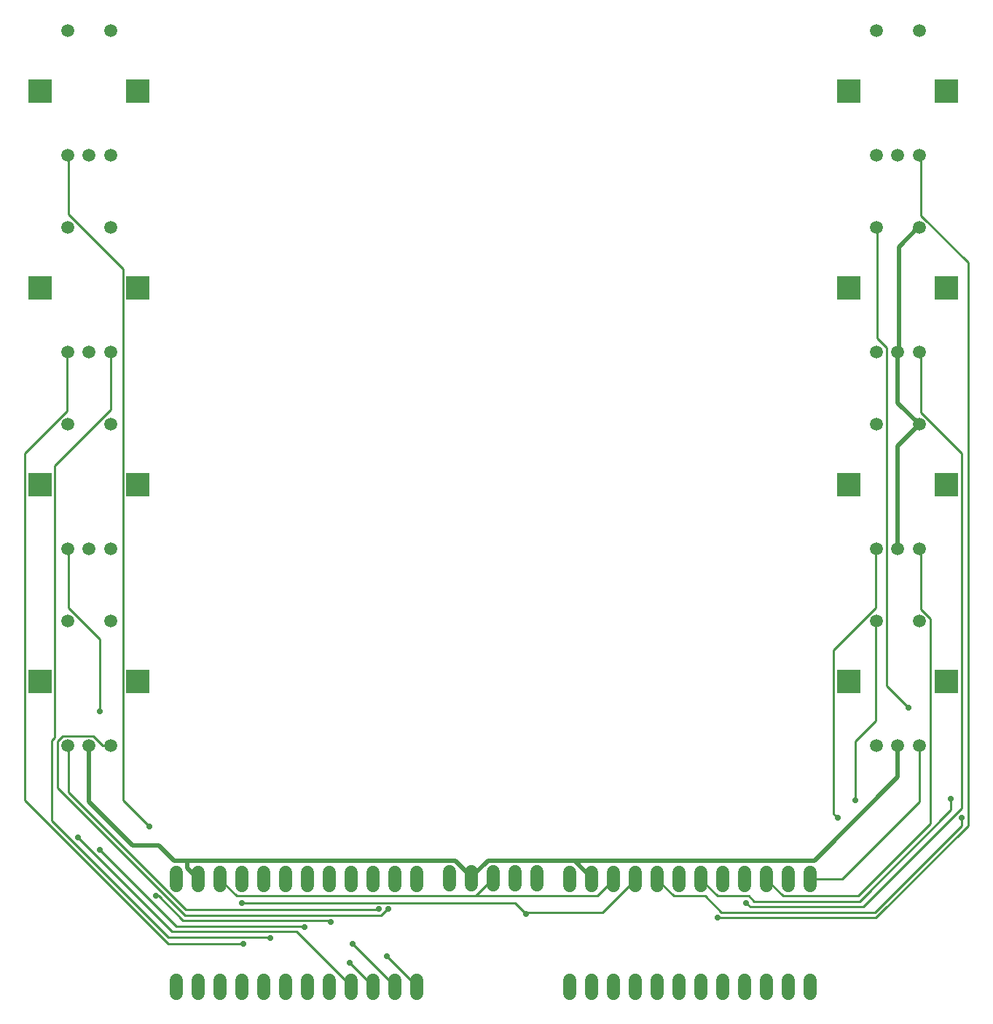
<source format=gbr>
G04 EAGLE Gerber RS-274X export*
G75*
%MOMM*%
%FSLAX34Y34*%
%LPD*%
%INBottom Copper*%
%IPPOS*%
%AMOC8*
5,1,8,0,0,1.08239X$1,22.5*%
G01*
G04 Define Apertures*
%ADD10C,1.508000*%
%ADD11R,2.700000X2.700000*%
%ADD12C,1.524000*%
%ADD13C,0.508000*%
%ADD14C,0.254000*%
%ADD15C,0.711200*%
D10*
X-469900Y966400D03*
X-494900Y966400D03*
X-444400Y966400D03*
X-494900Y1111400D03*
X-444900Y1111400D03*
D11*
X-526900Y1041400D03*
X-412900Y1041400D03*
D10*
X-469900Y737800D03*
X-494900Y737800D03*
X-444400Y737800D03*
X-494900Y882800D03*
X-444900Y882800D03*
D11*
X-526900Y812800D03*
X-412900Y812800D03*
D10*
X-469900Y509200D03*
X-494900Y509200D03*
X-444400Y509200D03*
X-494900Y654200D03*
X-444900Y654200D03*
D11*
X-526900Y584200D03*
X-412900Y584200D03*
D10*
X-469900Y280600D03*
X-494900Y280600D03*
X-444400Y280600D03*
X-494900Y425600D03*
X-444900Y425600D03*
D11*
X-526900Y355600D03*
X-412900Y355600D03*
D10*
X469900Y966400D03*
X444900Y966400D03*
X495400Y966400D03*
X444900Y1111400D03*
X494900Y1111400D03*
D11*
X412900Y1041400D03*
X526900Y1041400D03*
D10*
X469900Y737800D03*
X444900Y737800D03*
X495400Y737800D03*
X444900Y882800D03*
X494900Y882800D03*
D11*
X412900Y812800D03*
X526900Y812800D03*
D10*
X469900Y509200D03*
X444900Y509200D03*
X495400Y509200D03*
X444900Y654200D03*
X494900Y654200D03*
D11*
X412900Y584200D03*
X526900Y584200D03*
D10*
X469900Y280600D03*
X444900Y280600D03*
X495400Y280600D03*
X444900Y425600D03*
X494900Y425600D03*
D11*
X412900Y355600D03*
X526900Y355600D03*
D12*
X-88900Y133458D02*
X-88900Y118218D01*
X-114300Y118218D02*
X-114300Y133458D01*
X-139700Y133458D02*
X-139700Y118218D01*
X-165100Y118218D02*
X-165100Y133458D01*
X-190500Y133458D02*
X-190500Y118218D01*
X-215900Y118218D02*
X-215900Y133458D01*
X-241300Y133458D02*
X-241300Y118218D01*
X-266700Y118218D02*
X-266700Y133458D01*
X-292100Y133458D02*
X-292100Y118218D01*
X-317500Y118218D02*
X-317500Y133458D01*
X-342900Y133458D02*
X-342900Y118218D01*
X-368300Y118218D02*
X-368300Y133458D01*
X-88900Y8782D02*
X-88900Y-6458D01*
X-114300Y-6458D02*
X-114300Y8782D01*
X-139700Y8782D02*
X-139700Y-6458D01*
X-165100Y-6458D02*
X-165100Y8782D01*
X-190500Y8782D02*
X-190500Y-6458D01*
X-215900Y-6458D02*
X-215900Y8782D01*
X-241300Y8782D02*
X-241300Y-6458D01*
X-266700Y-6458D02*
X-266700Y8782D01*
X-292100Y8782D02*
X-292100Y-6458D01*
X-317500Y-6458D02*
X-317500Y8782D01*
X-342900Y8782D02*
X-342900Y-6458D01*
X-368300Y-6458D02*
X-368300Y8782D01*
X368300Y118218D02*
X368300Y133458D01*
X342900Y133458D02*
X342900Y118218D01*
X317500Y118218D02*
X317500Y133458D01*
X292100Y133458D02*
X292100Y118218D01*
X266700Y118218D02*
X266700Y133458D01*
X241300Y133458D02*
X241300Y118218D01*
X215900Y118218D02*
X215900Y133458D01*
X190500Y133458D02*
X190500Y118218D01*
X165100Y118218D02*
X165100Y133458D01*
X139700Y133458D02*
X139700Y118218D01*
X114300Y118218D02*
X114300Y133458D01*
X88900Y133458D02*
X88900Y118218D01*
X368300Y8782D02*
X368300Y-6458D01*
X342900Y-6458D02*
X342900Y8782D01*
X317500Y8782D02*
X317500Y-6458D01*
X292100Y-6458D02*
X292100Y8782D01*
X266700Y8782D02*
X266700Y-6458D01*
X241300Y-6458D02*
X241300Y8782D01*
X215900Y8782D02*
X215900Y-6458D01*
X190500Y-6458D02*
X190500Y8782D01*
X165100Y8782D02*
X165100Y-6458D01*
X139700Y-6458D02*
X139700Y8782D01*
X114300Y8782D02*
X114300Y-6458D01*
X88900Y-6458D02*
X88900Y8782D01*
X-50800Y119380D02*
X-50800Y134620D01*
X-25400Y134620D02*
X-25400Y119380D01*
X0Y119380D02*
X0Y134620D01*
X25400Y134620D02*
X25400Y119380D01*
X50800Y119380D02*
X50800Y134620D01*
D13*
X469900Y679200D02*
X469900Y737800D01*
X471488Y739775D02*
X471488Y860425D01*
X493713Y882650D01*
X471488Y739775D02*
X469900Y737800D01*
X493713Y882650D02*
X494900Y882800D01*
X93663Y147638D02*
X95250Y146050D01*
X114300Y127000D01*
X93663Y147638D02*
X-6350Y147638D01*
X-25400Y128588D01*
X-25400Y127000D01*
X114300Y127000D02*
X114300Y125838D01*
X-469900Y215900D02*
X-469900Y280600D01*
X-44450Y147638D02*
X-26988Y130175D01*
X-44450Y147638D02*
X-355600Y147638D01*
X-26988Y130175D02*
X-25400Y127000D01*
X469900Y244475D02*
X469900Y280600D01*
X469900Y244475D02*
X373063Y147638D01*
X96838Y147638D01*
X95250Y146050D01*
X-342900Y125838D02*
X-355600Y138538D01*
X-355600Y147638D01*
X-388673Y165100D02*
X-419100Y165100D01*
X-388673Y165100D02*
X-371211Y147638D01*
X-355600Y147638D01*
X-419100Y165100D02*
X-469900Y215900D01*
X469900Y509200D02*
X469900Y629200D01*
X494900Y654200D01*
X469900Y679200D01*
D14*
X-493713Y898525D02*
X-493713Y965200D01*
X-493713Y898525D02*
X-430213Y835025D01*
X-430213Y217488D01*
X-400050Y187325D01*
X-493713Y965200D02*
X-494900Y966400D01*
D15*
X-400050Y187325D03*
D14*
X246063Y106363D02*
X265113Y87313D01*
X246063Y106363D02*
X209550Y106363D01*
X190500Y125413D01*
X190500Y125838D01*
D15*
X544513Y196850D03*
D14*
X443747Y87313D02*
X265113Y87313D01*
X544513Y188078D02*
X544513Y196850D01*
X544513Y188078D02*
X443747Y87313D01*
X-139700Y1588D02*
X-166688Y28575D01*
X-139700Y1588D02*
X-139700Y1162D01*
D15*
X-166688Y28575D03*
D14*
X-373063Y65088D02*
X-482600Y174625D01*
X-373063Y65088D02*
X-228600Y65088D01*
X-165100Y1588D01*
X-165100Y1162D01*
D15*
X-482600Y174625D03*
D14*
X496888Y896938D02*
X496888Y965200D01*
X495400Y966400D01*
D15*
X260350Y80963D03*
D14*
X551879Y841947D02*
X496888Y896938D01*
X444581Y80963D02*
X260350Y80963D01*
X444581Y80963D02*
X551879Y188260D01*
X551879Y841947D01*
X-495300Y736600D02*
X-495300Y669925D01*
X-544513Y620713D01*
X-544513Y217488D01*
X-377825Y50800D01*
X-290513Y50800D01*
X-495300Y736600D02*
X-494900Y737800D01*
D15*
X-290513Y50800D03*
D14*
X531813Y206375D02*
X531813Y219075D01*
X531813Y206375D02*
X425450Y100013D01*
X303213Y100013D01*
X296863Y106363D01*
X260350Y106363D01*
X241300Y125413D01*
X241300Y125838D01*
D15*
X531813Y219075D03*
D14*
X-444500Y671513D02*
X-444500Y736600D01*
X-444500Y671513D02*
X-509588Y606425D01*
X-509588Y290513D01*
X-512763Y287338D01*
X-512763Y193675D01*
X-377825Y58738D01*
X-260350Y58738D01*
X-258763Y57150D01*
X-444500Y736600D02*
X-444400Y737800D01*
D15*
X-258763Y57150D03*
D14*
X430213Y93663D02*
X544513Y207963D01*
X430213Y93663D02*
X298450Y93663D01*
X293688Y98425D01*
D15*
X293688Y98425D03*
D14*
X496888Y736313D02*
X495400Y737800D01*
X496888Y736313D02*
X496888Y668264D01*
X544513Y620639D02*
X544513Y207963D01*
X544513Y620639D02*
X496888Y668264D01*
X-493713Y508000D02*
X-493713Y441325D01*
X-457200Y404813D01*
X-457200Y320675D01*
X-457200Y160338D02*
X-368300Y71438D01*
X-220663Y71438D01*
X-219075Y69850D01*
X-493713Y508000D02*
X-494900Y509200D01*
D15*
X-457200Y320675D03*
X-457200Y160338D03*
X-219075Y69850D03*
X400050Y196850D03*
D14*
X395288Y201613D01*
X444500Y508800D02*
X444900Y509200D01*
X444500Y508800D02*
X444500Y441251D01*
X395288Y392039D01*
X395288Y201613D01*
X-388938Y106363D02*
X-392113Y106363D01*
X-388938Y106363D02*
X-360363Y77788D01*
X-190500Y77788D01*
X-188913Y76200D01*
D15*
X-392113Y106363D03*
X-188913Y76200D03*
D14*
X423863Y106363D02*
X508000Y190500D01*
X423863Y106363D02*
X336550Y106363D01*
X317500Y125413D01*
X317500Y125838D01*
X496888Y507713D02*
X495400Y509200D01*
X496888Y507713D02*
X496888Y439664D01*
X508000Y428551D02*
X508000Y190500D01*
X508000Y428551D02*
X496888Y439664D01*
X-493713Y279400D02*
X-493713Y227013D01*
X-357188Y90488D01*
X-134938Y90488D01*
X-493713Y279400D02*
X-494900Y280600D01*
D15*
X-133350Y91059D03*
D14*
X-134366Y91059D01*
X-134938Y90488D01*
X-444500Y280988D02*
X-454025Y280988D01*
X-465138Y292100D01*
X-500063Y292100D01*
X-506413Y285750D01*
X-506413Y231775D01*
X-444400Y280600D02*
X-444500Y280988D01*
D15*
X-122238Y91059D03*
D14*
X-122933Y91059D01*
X-130299Y83693D01*
X-358331Y83693D01*
X-506413Y231775D01*
X495300Y215900D02*
X495300Y279400D01*
X495300Y215900D02*
X405238Y125838D01*
X368300Y125838D01*
X495300Y279400D02*
X495400Y280600D01*
X-88900Y1588D02*
X-123825Y36513D01*
X-88900Y1588D02*
X-88900Y1162D01*
D15*
X-123825Y36513D03*
D14*
X-114300Y1588D02*
X-163513Y50800D01*
X-114300Y1588D02*
X-114300Y1162D01*
D15*
X-163513Y50800D03*
D14*
X446088Y754063D02*
X446088Y882650D01*
X446088Y754063D02*
X457200Y742950D01*
X457200Y350838D01*
X482600Y325438D01*
X446088Y882650D02*
X444900Y882800D01*
D15*
X482600Y325438D03*
D14*
X-298450Y106363D02*
X-317500Y125413D01*
X-298450Y106363D02*
X-20638Y106363D01*
X-19844Y107156D02*
X0Y127000D01*
X-19844Y107156D02*
X-20638Y106363D01*
X-317500Y125413D02*
X-317500Y125838D01*
X120650Y106363D02*
X139700Y125413D01*
X120650Y106363D02*
X-19050Y106363D01*
X139700Y125413D02*
X139700Y125838D01*
X-19050Y106363D02*
X-19844Y107156D01*
X39688Y87313D02*
X127000Y87313D01*
X39688Y87313D02*
X38100Y85725D01*
X25400Y98425D01*
X-292100Y98425D01*
X127000Y87313D02*
X165100Y125413D01*
X165100Y125838D01*
D15*
X-292100Y98425D03*
X38100Y85725D03*
D14*
X444500Y309563D02*
X444500Y425450D01*
X444500Y309563D02*
X420688Y285750D01*
X420688Y217488D01*
X444500Y425450D02*
X444900Y425600D01*
D15*
X420688Y217488D03*
M02*

</source>
